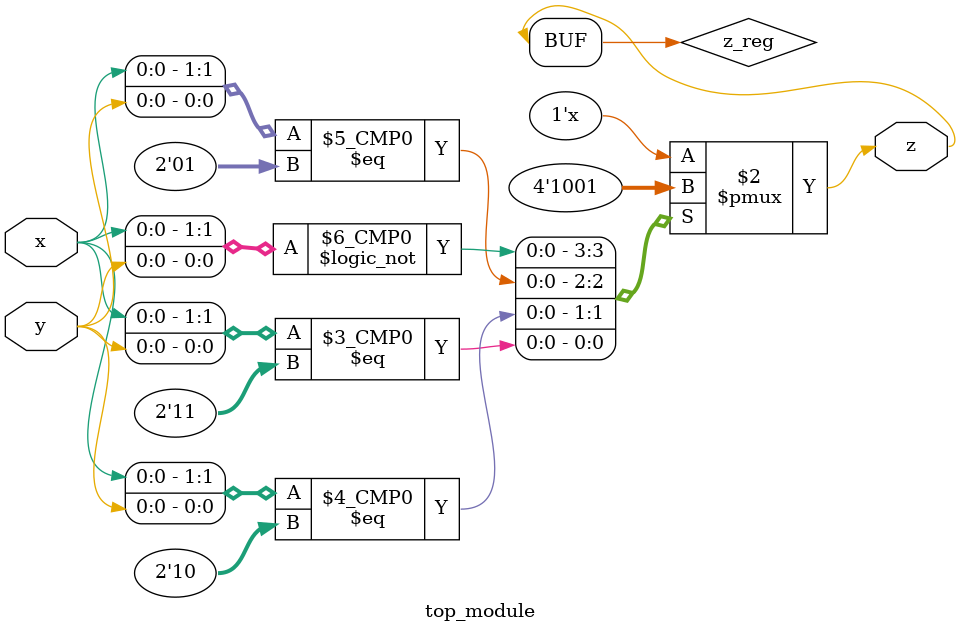
<source format=sv>
module top_module(
    input x,
    input y,
    output z
);

reg z_reg;

always @(*) begin
    case ({x, y})
        2'b00: z_reg = 1'b1;
        2'b01: z_reg = 1'b0;
        2'b10: z_reg = 1'b0;
        2'b11: z_reg = 1'b1;
    endcase
end

assign z = z_reg;

endmodule

</source>
